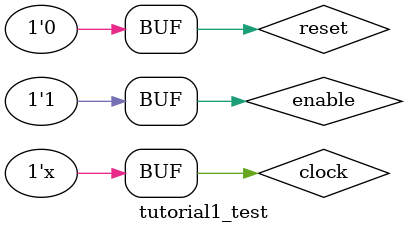
<source format=v>
`timescale 1ns / 1ps


module tutorial1_test;

	// Inputs
	reg reset;
	reg clock;
	reg enable;

	// Outputs
	wire [2:0] counterValue;

	// Instantiate the Unit Under Test (UUT)
	tutorial1 uut (
		.counterValue(counterValue), 
		.reset(reset), 
		.clock(clock), 
		.enable(enable)
	);
	
	initial clock = 0; // set clock to 0
	always #20 clock = ~clock; //generating clock
	initial begin
		// Initialize Inputs
		reset = 1; // set reset to 1
		enable = 0; // set enable to 0
		#100; //wait 5 clock pulses
		reset = 0; //set reset to 0 so program can start to count
		#200; //wait 10 clock pulses
		enable = 1; // set enable to 1
		#200; //wait 10 clock pulses
	end
      
endmodule


</source>
